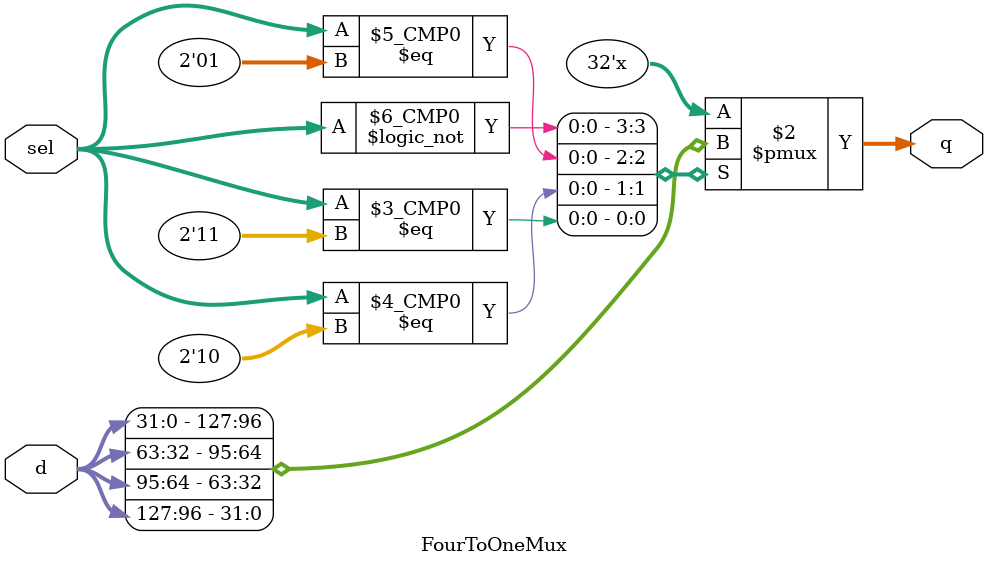
<source format=v>
`timescale 1ns / 1ps

`define RV_BIT_NUM_FOUR    32
`define MUX_WIDTH_FOUR  2
`define MUX_OPTION_FOUR 4

`define muxcasefour(caseNum, num) \
caseNum: q = d[num*RV_BIT_NUM_FOUR + RV_BIT_NUM_FOUR-1:num*RV_BIT_NUM_FOUR];

module FourToOneMux #(
    parameter integer RV_BIT_NUM_FOUR = `RV_BIT_NUM_FOUR)
    ( 
        input [`MUX_WIDTH_FOUR-1:0] sel,
        input [(RV_BIT_NUM_FOUR*`MUX_OPTION_FOUR)-1 : 0] d, 
        output reg [RV_BIT_NUM_FOUR-1:0]q);
    
    always@(*) begin
        case( sel )
            `muxcasefour(`MUX_WIDTH_FOUR'd0, 0)
            `muxcasefour(`MUX_WIDTH_FOUR'd1, 1)
            `muxcasefour(`MUX_WIDTH_FOUR'd2, 2)
            `muxcasefour(`MUX_WIDTH_FOUR'd3, 3)
            default: q = `RV_BIT_NUM_FOUR'd0;
        endcase
    end

endmodule
</source>
